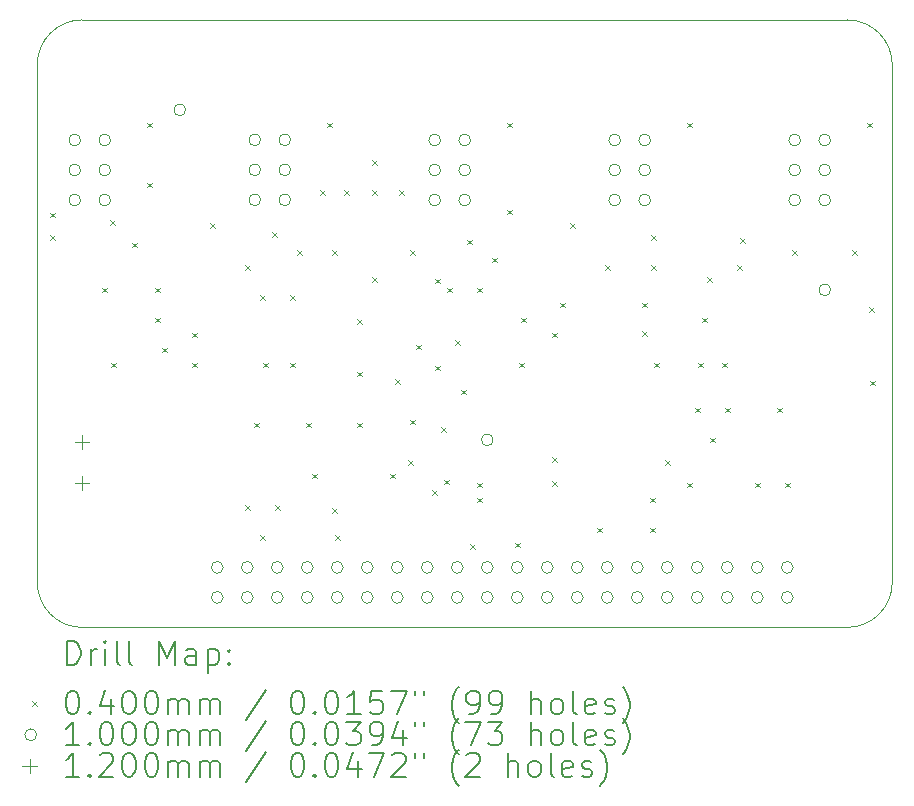
<source format=gbr>
%FSLAX45Y45*%
G04 Gerber Fmt 4.5, Leading zero omitted, Abs format (unit mm)*
G04 Created by KiCad (PCBNEW (6.0.0)) date 2022-02-07 22:24:20*
%MOMM*%
%LPD*%
G01*
G04 APERTURE LIST*
%TA.AperFunction,Profile*%
%ADD10C,0.100000*%
%TD*%
%ADD11C,0.200000*%
%ADD12C,0.040000*%
%ADD13C,0.100000*%
%ADD14C,0.120000*%
G04 APERTURE END LIST*
D10*
X9461500Y-4064000D02*
G75*
G03*
X9080500Y-4445000I0J-381000D01*
G01*
X9080500Y-8826500D02*
X9080500Y-4445000D01*
X9080500Y-8826500D02*
G75*
G03*
X9461500Y-9207500I381000J0D01*
G01*
X9461500Y-4064000D02*
X15938500Y-4064000D01*
X15938500Y-9207500D02*
G75*
G03*
X16319500Y-8826500I0J381000D01*
G01*
X16319500Y-4445000D02*
X16319500Y-8826500D01*
X15938500Y-9207500D02*
X9461500Y-9207500D01*
X16319500Y-4445000D02*
G75*
G03*
X15938500Y-4064000I-381000J0D01*
G01*
D11*
D12*
X9187500Y-5695000D02*
X9227500Y-5735000D01*
X9227500Y-5695000D02*
X9187500Y-5735000D01*
X9187500Y-5885500D02*
X9227500Y-5925500D01*
X9227500Y-5885500D02*
X9187500Y-5925500D01*
X9632000Y-6330000D02*
X9672000Y-6370000D01*
X9672000Y-6330000D02*
X9632000Y-6370000D01*
X9695500Y-5758500D02*
X9735500Y-5798500D01*
X9735500Y-5758500D02*
X9695500Y-5798500D01*
X9708200Y-6965000D02*
X9748200Y-7005000D01*
X9748200Y-6965000D02*
X9708200Y-7005000D01*
X9886000Y-5949000D02*
X9926000Y-5989000D01*
X9926000Y-5949000D02*
X9886000Y-5989000D01*
X10013000Y-4933000D02*
X10053000Y-4973000D01*
X10053000Y-4933000D02*
X10013000Y-4973000D01*
X10013000Y-5441000D02*
X10053000Y-5481000D01*
X10053000Y-5441000D02*
X10013000Y-5481000D01*
X10076500Y-6330000D02*
X10116500Y-6370000D01*
X10116500Y-6330000D02*
X10076500Y-6370000D01*
X10076500Y-6584000D02*
X10116500Y-6624000D01*
X10116500Y-6584000D02*
X10076500Y-6624000D01*
X10140000Y-6838000D02*
X10180000Y-6878000D01*
X10180000Y-6838000D02*
X10140000Y-6878000D01*
X10394000Y-6711000D02*
X10434000Y-6751000D01*
X10434000Y-6711000D02*
X10394000Y-6751000D01*
X10394000Y-6965000D02*
X10434000Y-7005000D01*
X10434000Y-6965000D02*
X10394000Y-7005000D01*
X10546400Y-5783900D02*
X10586400Y-5823900D01*
X10586400Y-5783900D02*
X10546400Y-5823900D01*
X10838500Y-6139500D02*
X10878500Y-6179500D01*
X10878500Y-6139500D02*
X10838500Y-6179500D01*
X10838500Y-8171500D02*
X10878500Y-8211500D01*
X10878500Y-8171500D02*
X10838500Y-8211500D01*
X10914700Y-7473000D02*
X10954700Y-7513000D01*
X10954700Y-7473000D02*
X10914700Y-7513000D01*
X10965500Y-6393500D02*
X11005500Y-6433500D01*
X11005500Y-6393500D02*
X10965500Y-6433500D01*
X10965500Y-8425500D02*
X11005500Y-8465500D01*
X11005500Y-8425500D02*
X10965500Y-8465500D01*
X10990900Y-6965000D02*
X11030900Y-7005000D01*
X11030900Y-6965000D02*
X10990900Y-7005000D01*
X11067100Y-5860100D02*
X11107100Y-5900100D01*
X11107100Y-5860100D02*
X11067100Y-5900100D01*
X11092500Y-8171500D02*
X11132500Y-8211500D01*
X11132500Y-8171500D02*
X11092500Y-8211500D01*
X11219500Y-6393500D02*
X11259500Y-6433500D01*
X11259500Y-6393500D02*
X11219500Y-6433500D01*
X11219500Y-6965000D02*
X11259500Y-7005000D01*
X11259500Y-6965000D02*
X11219500Y-7005000D01*
X11283000Y-6012500D02*
X11323000Y-6052500D01*
X11323000Y-6012500D02*
X11283000Y-6052500D01*
X11359200Y-7473000D02*
X11399200Y-7513000D01*
X11399200Y-7473000D02*
X11359200Y-7513000D01*
X11410000Y-7904800D02*
X11450000Y-7944800D01*
X11450000Y-7904800D02*
X11410000Y-7944800D01*
X11473500Y-5504500D02*
X11513500Y-5544500D01*
X11513500Y-5504500D02*
X11473500Y-5544500D01*
X11537000Y-4933000D02*
X11577000Y-4973000D01*
X11577000Y-4933000D02*
X11537000Y-4973000D01*
X11575100Y-6012500D02*
X11615100Y-6052500D01*
X11615100Y-6012500D02*
X11575100Y-6052500D01*
X11575100Y-8196900D02*
X11615100Y-8236900D01*
X11615100Y-8196900D02*
X11575100Y-8236900D01*
X11600500Y-8425500D02*
X11640500Y-8465500D01*
X11640500Y-8425500D02*
X11600500Y-8465500D01*
X11676700Y-5504500D02*
X11716700Y-5544500D01*
X11716700Y-5504500D02*
X11676700Y-5544500D01*
X11791000Y-6596700D02*
X11831000Y-6636700D01*
X11831000Y-6596700D02*
X11791000Y-6636700D01*
X11791000Y-7041200D02*
X11831000Y-7081200D01*
X11831000Y-7041200D02*
X11791000Y-7081200D01*
X11791000Y-7473000D02*
X11831000Y-7513000D01*
X11831000Y-7473000D02*
X11791000Y-7513000D01*
X11918000Y-5250500D02*
X11958000Y-5290500D01*
X11958000Y-5250500D02*
X11918000Y-5290500D01*
X11918000Y-5504500D02*
X11958000Y-5544500D01*
X11958000Y-5504500D02*
X11918000Y-5544500D01*
X11918000Y-6241100D02*
X11958000Y-6281100D01*
X11958000Y-6241100D02*
X11918000Y-6281100D01*
X12070400Y-7904800D02*
X12110400Y-7944800D01*
X12110400Y-7904800D02*
X12070400Y-7944800D01*
X12108500Y-7104700D02*
X12148500Y-7144700D01*
X12148500Y-7104700D02*
X12108500Y-7144700D01*
X12146600Y-5504500D02*
X12186600Y-5544500D01*
X12186600Y-5504500D02*
X12146600Y-5544500D01*
X12222800Y-7790500D02*
X12262800Y-7830500D01*
X12262800Y-7790500D02*
X12222800Y-7830500D01*
X12235500Y-6012500D02*
X12275500Y-6052500D01*
X12275500Y-6012500D02*
X12235500Y-6052500D01*
X12235500Y-7447600D02*
X12275500Y-7487600D01*
X12275500Y-7447600D02*
X12235500Y-7487600D01*
X12286300Y-6812600D02*
X12326300Y-6852600D01*
X12326300Y-6812600D02*
X12286300Y-6852600D01*
X12426000Y-8044500D02*
X12466000Y-8084500D01*
X12466000Y-8044500D02*
X12426000Y-8084500D01*
X12451400Y-6253800D02*
X12491400Y-6293800D01*
X12491400Y-6253800D02*
X12451400Y-6293800D01*
X12451400Y-6990400D02*
X12491400Y-7030400D01*
X12491400Y-6990400D02*
X12451400Y-7030400D01*
X12502200Y-7511100D02*
X12542200Y-7551100D01*
X12542200Y-7511100D02*
X12502200Y-7551100D01*
X12527600Y-7955600D02*
X12567600Y-7995600D01*
X12567600Y-7955600D02*
X12527600Y-7995600D01*
X12553000Y-6330000D02*
X12593000Y-6370000D01*
X12593000Y-6330000D02*
X12553000Y-6370000D01*
X12616500Y-6774500D02*
X12656500Y-6814500D01*
X12656500Y-6774500D02*
X12616500Y-6814500D01*
X12667300Y-7193600D02*
X12707300Y-7233600D01*
X12707300Y-7193600D02*
X12667300Y-7233600D01*
X12718100Y-5923600D02*
X12758100Y-5963600D01*
X12758100Y-5923600D02*
X12718100Y-5963600D01*
X12743500Y-8501700D02*
X12783500Y-8541700D01*
X12783500Y-8501700D02*
X12743500Y-8541700D01*
X12807000Y-6330000D02*
X12847000Y-6370000D01*
X12847000Y-6330000D02*
X12807000Y-6370000D01*
X12807000Y-7981000D02*
X12847000Y-8021000D01*
X12847000Y-7981000D02*
X12807000Y-8021000D01*
X12807000Y-8108000D02*
X12847000Y-8148000D01*
X12847000Y-8108000D02*
X12807000Y-8148000D01*
X12934000Y-6076000D02*
X12974000Y-6116000D01*
X12974000Y-6076000D02*
X12934000Y-6116000D01*
X13061000Y-4933000D02*
X13101000Y-4973000D01*
X13101000Y-4933000D02*
X13061000Y-4973000D01*
X13061000Y-5669600D02*
X13101000Y-5709600D01*
X13101000Y-5669600D02*
X13061000Y-5709600D01*
X13124500Y-8489000D02*
X13164500Y-8529000D01*
X13164500Y-8489000D02*
X13124500Y-8529000D01*
X13162600Y-6965000D02*
X13202600Y-7005000D01*
X13202600Y-6965000D02*
X13162600Y-7005000D01*
X13175300Y-6584000D02*
X13215300Y-6624000D01*
X13215300Y-6584000D02*
X13175300Y-6624000D01*
X13442000Y-6711000D02*
X13482000Y-6751000D01*
X13482000Y-6711000D02*
X13442000Y-6751000D01*
X13442000Y-7765100D02*
X13482000Y-7805100D01*
X13482000Y-7765100D02*
X13442000Y-7805100D01*
X13442000Y-7968300D02*
X13482000Y-8008300D01*
X13482000Y-7968300D02*
X13442000Y-8008300D01*
X13505500Y-6457000D02*
X13545500Y-6497000D01*
X13545500Y-6457000D02*
X13505500Y-6497000D01*
X13594400Y-5783900D02*
X13634400Y-5823900D01*
X13634400Y-5783900D02*
X13594400Y-5823900D01*
X13823000Y-8362000D02*
X13863000Y-8402000D01*
X13863000Y-8362000D02*
X13823000Y-8402000D01*
X13886500Y-6139500D02*
X13926500Y-6179500D01*
X13926500Y-6139500D02*
X13886500Y-6179500D01*
X14204000Y-6457000D02*
X14244000Y-6497000D01*
X14244000Y-6457000D02*
X14204000Y-6497000D01*
X14204000Y-6698300D02*
X14244000Y-6738300D01*
X14244000Y-6698300D02*
X14204000Y-6738300D01*
X14267500Y-8108000D02*
X14307500Y-8148000D01*
X14307500Y-8108000D02*
X14267500Y-8148000D01*
X14267500Y-8362000D02*
X14307500Y-8402000D01*
X14307500Y-8362000D02*
X14267500Y-8402000D01*
X14280200Y-5885500D02*
X14320200Y-5925500D01*
X14320200Y-5885500D02*
X14280200Y-5925500D01*
X14280200Y-6139500D02*
X14320200Y-6179500D01*
X14320200Y-6139500D02*
X14280200Y-6179500D01*
X14305600Y-6965000D02*
X14345600Y-7005000D01*
X14345600Y-6965000D02*
X14305600Y-7005000D01*
X14394500Y-7790500D02*
X14434500Y-7830500D01*
X14434500Y-7790500D02*
X14394500Y-7830500D01*
X14585000Y-4933000D02*
X14625000Y-4973000D01*
X14625000Y-4933000D02*
X14585000Y-4973000D01*
X14585000Y-7981000D02*
X14625000Y-8021000D01*
X14625000Y-7981000D02*
X14585000Y-8021000D01*
X14648500Y-7346000D02*
X14688500Y-7386000D01*
X14688500Y-7346000D02*
X14648500Y-7386000D01*
X14673900Y-6965000D02*
X14713900Y-7005000D01*
X14713900Y-6965000D02*
X14673900Y-7005000D01*
X14712000Y-6584000D02*
X14752000Y-6624000D01*
X14752000Y-6584000D02*
X14712000Y-6624000D01*
X14750100Y-6241100D02*
X14790100Y-6281100D01*
X14790100Y-6241100D02*
X14750100Y-6281100D01*
X14775500Y-7600000D02*
X14815500Y-7640000D01*
X14815500Y-7600000D02*
X14775500Y-7640000D01*
X14877100Y-6965000D02*
X14917100Y-7005000D01*
X14917100Y-6965000D02*
X14877100Y-7005000D01*
X14902500Y-7346000D02*
X14942500Y-7386000D01*
X14942500Y-7346000D02*
X14902500Y-7386000D01*
X15004100Y-6139500D02*
X15044100Y-6179500D01*
X15044100Y-6139500D02*
X15004100Y-6179500D01*
X15029500Y-5910900D02*
X15069500Y-5950900D01*
X15069500Y-5910900D02*
X15029500Y-5950900D01*
X15156500Y-7981000D02*
X15196500Y-8021000D01*
X15196500Y-7981000D02*
X15156500Y-8021000D01*
X15347000Y-7346000D02*
X15387000Y-7386000D01*
X15387000Y-7346000D02*
X15347000Y-7386000D01*
X15410500Y-7981000D02*
X15450500Y-8021000D01*
X15450500Y-7981000D02*
X15410500Y-8021000D01*
X15474000Y-6012500D02*
X15514000Y-6052500D01*
X15514000Y-6012500D02*
X15474000Y-6052500D01*
X15982000Y-6012500D02*
X16022000Y-6052500D01*
X16022000Y-6012500D02*
X15982000Y-6052500D01*
X16109000Y-4933000D02*
X16149000Y-4973000D01*
X16149000Y-4933000D02*
X16109000Y-4973000D01*
X16121700Y-6495100D02*
X16161700Y-6535100D01*
X16161700Y-6495100D02*
X16121700Y-6535100D01*
X16134400Y-7117400D02*
X16174400Y-7157400D01*
X16174400Y-7117400D02*
X16134400Y-7157400D01*
D13*
X9448000Y-5081500D02*
G75*
G03*
X9448000Y-5081500I-50000J0D01*
G01*
X9448000Y-5335500D02*
G75*
G03*
X9448000Y-5335500I-50000J0D01*
G01*
X9448000Y-5589500D02*
G75*
G03*
X9448000Y-5589500I-50000J0D01*
G01*
X9702000Y-5081500D02*
G75*
G03*
X9702000Y-5081500I-50000J0D01*
G01*
X9702000Y-5335500D02*
G75*
G03*
X9702000Y-5335500I-50000J0D01*
G01*
X9702000Y-5589500D02*
G75*
G03*
X9702000Y-5589500I-50000J0D01*
G01*
X10337000Y-4826000D02*
G75*
G03*
X10337000Y-4826000I-50000J0D01*
G01*
X10654500Y-8699500D02*
G75*
G03*
X10654500Y-8699500I-50000J0D01*
G01*
X10654500Y-8953500D02*
G75*
G03*
X10654500Y-8953500I-50000J0D01*
G01*
X10908500Y-8699500D02*
G75*
G03*
X10908500Y-8699500I-50000J0D01*
G01*
X10908500Y-8953500D02*
G75*
G03*
X10908500Y-8953500I-50000J0D01*
G01*
X10972000Y-5080000D02*
G75*
G03*
X10972000Y-5080000I-50000J0D01*
G01*
X10972000Y-5334000D02*
G75*
G03*
X10972000Y-5334000I-50000J0D01*
G01*
X10972000Y-5588000D02*
G75*
G03*
X10972000Y-5588000I-50000J0D01*
G01*
X11162500Y-8699500D02*
G75*
G03*
X11162500Y-8699500I-50000J0D01*
G01*
X11162500Y-8953500D02*
G75*
G03*
X11162500Y-8953500I-50000J0D01*
G01*
X11226000Y-5080000D02*
G75*
G03*
X11226000Y-5080000I-50000J0D01*
G01*
X11226000Y-5334000D02*
G75*
G03*
X11226000Y-5334000I-50000J0D01*
G01*
X11226000Y-5588000D02*
G75*
G03*
X11226000Y-5588000I-50000J0D01*
G01*
X11416500Y-8699500D02*
G75*
G03*
X11416500Y-8699500I-50000J0D01*
G01*
X11416500Y-8953500D02*
G75*
G03*
X11416500Y-8953500I-50000J0D01*
G01*
X11670500Y-8699500D02*
G75*
G03*
X11670500Y-8699500I-50000J0D01*
G01*
X11670500Y-8953500D02*
G75*
G03*
X11670500Y-8953500I-50000J0D01*
G01*
X11924500Y-8699500D02*
G75*
G03*
X11924500Y-8699500I-50000J0D01*
G01*
X11924500Y-8953500D02*
G75*
G03*
X11924500Y-8953500I-50000J0D01*
G01*
X12178500Y-8699500D02*
G75*
G03*
X12178500Y-8699500I-50000J0D01*
G01*
X12178500Y-8953500D02*
G75*
G03*
X12178500Y-8953500I-50000J0D01*
G01*
X12432500Y-8699500D02*
G75*
G03*
X12432500Y-8699500I-50000J0D01*
G01*
X12432500Y-8953500D02*
G75*
G03*
X12432500Y-8953500I-50000J0D01*
G01*
X12495500Y-5081500D02*
G75*
G03*
X12495500Y-5081500I-50000J0D01*
G01*
X12495500Y-5335500D02*
G75*
G03*
X12495500Y-5335500I-50000J0D01*
G01*
X12495500Y-5589500D02*
G75*
G03*
X12495500Y-5589500I-50000J0D01*
G01*
X12686500Y-8699500D02*
G75*
G03*
X12686500Y-8699500I-50000J0D01*
G01*
X12686500Y-8953500D02*
G75*
G03*
X12686500Y-8953500I-50000J0D01*
G01*
X12749500Y-5081500D02*
G75*
G03*
X12749500Y-5081500I-50000J0D01*
G01*
X12749500Y-5335500D02*
G75*
G03*
X12749500Y-5335500I-50000J0D01*
G01*
X12749500Y-5589500D02*
G75*
G03*
X12749500Y-5589500I-50000J0D01*
G01*
X12940500Y-7620000D02*
G75*
G03*
X12940500Y-7620000I-50000J0D01*
G01*
X12940500Y-8699500D02*
G75*
G03*
X12940500Y-8699500I-50000J0D01*
G01*
X12940500Y-8953500D02*
G75*
G03*
X12940500Y-8953500I-50000J0D01*
G01*
X13194500Y-8699500D02*
G75*
G03*
X13194500Y-8699500I-50000J0D01*
G01*
X13194500Y-8953500D02*
G75*
G03*
X13194500Y-8953500I-50000J0D01*
G01*
X13448500Y-8699500D02*
G75*
G03*
X13448500Y-8699500I-50000J0D01*
G01*
X13448500Y-8953500D02*
G75*
G03*
X13448500Y-8953500I-50000J0D01*
G01*
X13702500Y-8699500D02*
G75*
G03*
X13702500Y-8699500I-50000J0D01*
G01*
X13702500Y-8953500D02*
G75*
G03*
X13702500Y-8953500I-50000J0D01*
G01*
X13956500Y-8699500D02*
G75*
G03*
X13956500Y-8699500I-50000J0D01*
G01*
X13956500Y-8953500D02*
G75*
G03*
X13956500Y-8953500I-50000J0D01*
G01*
X14019500Y-5081500D02*
G75*
G03*
X14019500Y-5081500I-50000J0D01*
G01*
X14019500Y-5335500D02*
G75*
G03*
X14019500Y-5335500I-50000J0D01*
G01*
X14019500Y-5589500D02*
G75*
G03*
X14019500Y-5589500I-50000J0D01*
G01*
X14210500Y-8699500D02*
G75*
G03*
X14210500Y-8699500I-50000J0D01*
G01*
X14210500Y-8953500D02*
G75*
G03*
X14210500Y-8953500I-50000J0D01*
G01*
X14273500Y-5081500D02*
G75*
G03*
X14273500Y-5081500I-50000J0D01*
G01*
X14273500Y-5335500D02*
G75*
G03*
X14273500Y-5335500I-50000J0D01*
G01*
X14273500Y-5589500D02*
G75*
G03*
X14273500Y-5589500I-50000J0D01*
G01*
X14464500Y-8699500D02*
G75*
G03*
X14464500Y-8699500I-50000J0D01*
G01*
X14464500Y-8953500D02*
G75*
G03*
X14464500Y-8953500I-50000J0D01*
G01*
X14718500Y-8699500D02*
G75*
G03*
X14718500Y-8699500I-50000J0D01*
G01*
X14718500Y-8953500D02*
G75*
G03*
X14718500Y-8953500I-50000J0D01*
G01*
X14972500Y-8699500D02*
G75*
G03*
X14972500Y-8699500I-50000J0D01*
G01*
X14972500Y-8953500D02*
G75*
G03*
X14972500Y-8953500I-50000J0D01*
G01*
X15226500Y-8699500D02*
G75*
G03*
X15226500Y-8699500I-50000J0D01*
G01*
X15226500Y-8953500D02*
G75*
G03*
X15226500Y-8953500I-50000J0D01*
G01*
X15480500Y-8699500D02*
G75*
G03*
X15480500Y-8699500I-50000J0D01*
G01*
X15480500Y-8953500D02*
G75*
G03*
X15480500Y-8953500I-50000J0D01*
G01*
X15543500Y-5081500D02*
G75*
G03*
X15543500Y-5081500I-50000J0D01*
G01*
X15543500Y-5335500D02*
G75*
G03*
X15543500Y-5335500I-50000J0D01*
G01*
X15543500Y-5589500D02*
G75*
G03*
X15543500Y-5589500I-50000J0D01*
G01*
X15797500Y-5081500D02*
G75*
G03*
X15797500Y-5081500I-50000J0D01*
G01*
X15797500Y-5335500D02*
G75*
G03*
X15797500Y-5335500I-50000J0D01*
G01*
X15797500Y-5589500D02*
G75*
G03*
X15797500Y-5589500I-50000J0D01*
G01*
X15798000Y-6350000D02*
G75*
G03*
X15798000Y-6350000I-50000J0D01*
G01*
D14*
X9461500Y-7575500D02*
X9461500Y-7695500D01*
X9401500Y-7635500D02*
X9521500Y-7635500D01*
X9461500Y-7925500D02*
X9461500Y-8045500D01*
X9401500Y-7985500D02*
X9521500Y-7985500D01*
D11*
X9333119Y-9522976D02*
X9333119Y-9322976D01*
X9380738Y-9322976D01*
X9409310Y-9332500D01*
X9428357Y-9351548D01*
X9437881Y-9370595D01*
X9447405Y-9408690D01*
X9447405Y-9437262D01*
X9437881Y-9475357D01*
X9428357Y-9494405D01*
X9409310Y-9513452D01*
X9380738Y-9522976D01*
X9333119Y-9522976D01*
X9533119Y-9522976D02*
X9533119Y-9389643D01*
X9533119Y-9427738D02*
X9542643Y-9408690D01*
X9552167Y-9399167D01*
X9571214Y-9389643D01*
X9590262Y-9389643D01*
X9656929Y-9522976D02*
X9656929Y-9389643D01*
X9656929Y-9322976D02*
X9647405Y-9332500D01*
X9656929Y-9342024D01*
X9666452Y-9332500D01*
X9656929Y-9322976D01*
X9656929Y-9342024D01*
X9780738Y-9522976D02*
X9761690Y-9513452D01*
X9752167Y-9494405D01*
X9752167Y-9322976D01*
X9885500Y-9522976D02*
X9866452Y-9513452D01*
X9856929Y-9494405D01*
X9856929Y-9322976D01*
X10114071Y-9522976D02*
X10114071Y-9322976D01*
X10180738Y-9465833D01*
X10247405Y-9322976D01*
X10247405Y-9522976D01*
X10428357Y-9522976D02*
X10428357Y-9418214D01*
X10418833Y-9399167D01*
X10399786Y-9389643D01*
X10361690Y-9389643D01*
X10342643Y-9399167D01*
X10428357Y-9513452D02*
X10409310Y-9522976D01*
X10361690Y-9522976D01*
X10342643Y-9513452D01*
X10333119Y-9494405D01*
X10333119Y-9475357D01*
X10342643Y-9456310D01*
X10361690Y-9446786D01*
X10409310Y-9446786D01*
X10428357Y-9437262D01*
X10523595Y-9389643D02*
X10523595Y-9589643D01*
X10523595Y-9399167D02*
X10542643Y-9389643D01*
X10580738Y-9389643D01*
X10599786Y-9399167D01*
X10609310Y-9408690D01*
X10618833Y-9427738D01*
X10618833Y-9484881D01*
X10609310Y-9503929D01*
X10599786Y-9513452D01*
X10580738Y-9522976D01*
X10542643Y-9522976D01*
X10523595Y-9513452D01*
X10704548Y-9503929D02*
X10714071Y-9513452D01*
X10704548Y-9522976D01*
X10695024Y-9513452D01*
X10704548Y-9503929D01*
X10704548Y-9522976D01*
X10704548Y-9399167D02*
X10714071Y-9408690D01*
X10704548Y-9418214D01*
X10695024Y-9408690D01*
X10704548Y-9399167D01*
X10704548Y-9418214D01*
D12*
X9035500Y-9832500D02*
X9075500Y-9872500D01*
X9075500Y-9832500D02*
X9035500Y-9872500D01*
D11*
X9371214Y-9742976D02*
X9390262Y-9742976D01*
X9409310Y-9752500D01*
X9418833Y-9762024D01*
X9428357Y-9781071D01*
X9437881Y-9819167D01*
X9437881Y-9866786D01*
X9428357Y-9904881D01*
X9418833Y-9923929D01*
X9409310Y-9933452D01*
X9390262Y-9942976D01*
X9371214Y-9942976D01*
X9352167Y-9933452D01*
X9342643Y-9923929D01*
X9333119Y-9904881D01*
X9323595Y-9866786D01*
X9323595Y-9819167D01*
X9333119Y-9781071D01*
X9342643Y-9762024D01*
X9352167Y-9752500D01*
X9371214Y-9742976D01*
X9523595Y-9923929D02*
X9533119Y-9933452D01*
X9523595Y-9942976D01*
X9514071Y-9933452D01*
X9523595Y-9923929D01*
X9523595Y-9942976D01*
X9704548Y-9809643D02*
X9704548Y-9942976D01*
X9656929Y-9733452D02*
X9609310Y-9876310D01*
X9733119Y-9876310D01*
X9847405Y-9742976D02*
X9866452Y-9742976D01*
X9885500Y-9752500D01*
X9895024Y-9762024D01*
X9904548Y-9781071D01*
X9914071Y-9819167D01*
X9914071Y-9866786D01*
X9904548Y-9904881D01*
X9895024Y-9923929D01*
X9885500Y-9933452D01*
X9866452Y-9942976D01*
X9847405Y-9942976D01*
X9828357Y-9933452D01*
X9818833Y-9923929D01*
X9809310Y-9904881D01*
X9799786Y-9866786D01*
X9799786Y-9819167D01*
X9809310Y-9781071D01*
X9818833Y-9762024D01*
X9828357Y-9752500D01*
X9847405Y-9742976D01*
X10037881Y-9742976D02*
X10056929Y-9742976D01*
X10075976Y-9752500D01*
X10085500Y-9762024D01*
X10095024Y-9781071D01*
X10104548Y-9819167D01*
X10104548Y-9866786D01*
X10095024Y-9904881D01*
X10085500Y-9923929D01*
X10075976Y-9933452D01*
X10056929Y-9942976D01*
X10037881Y-9942976D01*
X10018833Y-9933452D01*
X10009310Y-9923929D01*
X9999786Y-9904881D01*
X9990262Y-9866786D01*
X9990262Y-9819167D01*
X9999786Y-9781071D01*
X10009310Y-9762024D01*
X10018833Y-9752500D01*
X10037881Y-9742976D01*
X10190262Y-9942976D02*
X10190262Y-9809643D01*
X10190262Y-9828690D02*
X10199786Y-9819167D01*
X10218833Y-9809643D01*
X10247405Y-9809643D01*
X10266452Y-9819167D01*
X10275976Y-9838214D01*
X10275976Y-9942976D01*
X10275976Y-9838214D02*
X10285500Y-9819167D01*
X10304548Y-9809643D01*
X10333119Y-9809643D01*
X10352167Y-9819167D01*
X10361690Y-9838214D01*
X10361690Y-9942976D01*
X10456929Y-9942976D02*
X10456929Y-9809643D01*
X10456929Y-9828690D02*
X10466452Y-9819167D01*
X10485500Y-9809643D01*
X10514071Y-9809643D01*
X10533119Y-9819167D01*
X10542643Y-9838214D01*
X10542643Y-9942976D01*
X10542643Y-9838214D02*
X10552167Y-9819167D01*
X10571214Y-9809643D01*
X10599786Y-9809643D01*
X10618833Y-9819167D01*
X10628357Y-9838214D01*
X10628357Y-9942976D01*
X11018833Y-9733452D02*
X10847405Y-9990595D01*
X11275976Y-9742976D02*
X11295024Y-9742976D01*
X11314071Y-9752500D01*
X11323595Y-9762024D01*
X11333119Y-9781071D01*
X11342643Y-9819167D01*
X11342643Y-9866786D01*
X11333119Y-9904881D01*
X11323595Y-9923929D01*
X11314071Y-9933452D01*
X11295024Y-9942976D01*
X11275976Y-9942976D01*
X11256928Y-9933452D01*
X11247405Y-9923929D01*
X11237881Y-9904881D01*
X11228357Y-9866786D01*
X11228357Y-9819167D01*
X11237881Y-9781071D01*
X11247405Y-9762024D01*
X11256928Y-9752500D01*
X11275976Y-9742976D01*
X11428357Y-9923929D02*
X11437881Y-9933452D01*
X11428357Y-9942976D01*
X11418833Y-9933452D01*
X11428357Y-9923929D01*
X11428357Y-9942976D01*
X11561690Y-9742976D02*
X11580738Y-9742976D01*
X11599786Y-9752500D01*
X11609309Y-9762024D01*
X11618833Y-9781071D01*
X11628357Y-9819167D01*
X11628357Y-9866786D01*
X11618833Y-9904881D01*
X11609309Y-9923929D01*
X11599786Y-9933452D01*
X11580738Y-9942976D01*
X11561690Y-9942976D01*
X11542643Y-9933452D01*
X11533119Y-9923929D01*
X11523595Y-9904881D01*
X11514071Y-9866786D01*
X11514071Y-9819167D01*
X11523595Y-9781071D01*
X11533119Y-9762024D01*
X11542643Y-9752500D01*
X11561690Y-9742976D01*
X11818833Y-9942976D02*
X11704548Y-9942976D01*
X11761690Y-9942976D02*
X11761690Y-9742976D01*
X11742643Y-9771548D01*
X11723595Y-9790595D01*
X11704548Y-9800119D01*
X11999786Y-9742976D02*
X11904548Y-9742976D01*
X11895024Y-9838214D01*
X11904548Y-9828690D01*
X11923595Y-9819167D01*
X11971214Y-9819167D01*
X11990262Y-9828690D01*
X11999786Y-9838214D01*
X12009309Y-9857262D01*
X12009309Y-9904881D01*
X11999786Y-9923929D01*
X11990262Y-9933452D01*
X11971214Y-9942976D01*
X11923595Y-9942976D01*
X11904548Y-9933452D01*
X11895024Y-9923929D01*
X12075976Y-9742976D02*
X12209309Y-9742976D01*
X12123595Y-9942976D01*
X12275976Y-9742976D02*
X12275976Y-9781071D01*
X12352167Y-9742976D02*
X12352167Y-9781071D01*
X12647405Y-10019167D02*
X12637881Y-10009643D01*
X12618833Y-9981071D01*
X12609309Y-9962024D01*
X12599786Y-9933452D01*
X12590262Y-9885833D01*
X12590262Y-9847738D01*
X12599786Y-9800119D01*
X12609309Y-9771548D01*
X12618833Y-9752500D01*
X12637881Y-9723929D01*
X12647405Y-9714405D01*
X12733119Y-9942976D02*
X12771214Y-9942976D01*
X12790262Y-9933452D01*
X12799786Y-9923929D01*
X12818833Y-9895357D01*
X12828357Y-9857262D01*
X12828357Y-9781071D01*
X12818833Y-9762024D01*
X12809309Y-9752500D01*
X12790262Y-9742976D01*
X12752167Y-9742976D01*
X12733119Y-9752500D01*
X12723595Y-9762024D01*
X12714071Y-9781071D01*
X12714071Y-9828690D01*
X12723595Y-9847738D01*
X12733119Y-9857262D01*
X12752167Y-9866786D01*
X12790262Y-9866786D01*
X12809309Y-9857262D01*
X12818833Y-9847738D01*
X12828357Y-9828690D01*
X12923595Y-9942976D02*
X12961690Y-9942976D01*
X12980738Y-9933452D01*
X12990262Y-9923929D01*
X13009309Y-9895357D01*
X13018833Y-9857262D01*
X13018833Y-9781071D01*
X13009309Y-9762024D01*
X12999786Y-9752500D01*
X12980738Y-9742976D01*
X12942643Y-9742976D01*
X12923595Y-9752500D01*
X12914071Y-9762024D01*
X12904548Y-9781071D01*
X12904548Y-9828690D01*
X12914071Y-9847738D01*
X12923595Y-9857262D01*
X12942643Y-9866786D01*
X12980738Y-9866786D01*
X12999786Y-9857262D01*
X13009309Y-9847738D01*
X13018833Y-9828690D01*
X13256928Y-9942976D02*
X13256928Y-9742976D01*
X13342643Y-9942976D02*
X13342643Y-9838214D01*
X13333119Y-9819167D01*
X13314071Y-9809643D01*
X13285500Y-9809643D01*
X13266452Y-9819167D01*
X13256928Y-9828690D01*
X13466452Y-9942976D02*
X13447405Y-9933452D01*
X13437881Y-9923929D01*
X13428357Y-9904881D01*
X13428357Y-9847738D01*
X13437881Y-9828690D01*
X13447405Y-9819167D01*
X13466452Y-9809643D01*
X13495024Y-9809643D01*
X13514071Y-9819167D01*
X13523595Y-9828690D01*
X13533119Y-9847738D01*
X13533119Y-9904881D01*
X13523595Y-9923929D01*
X13514071Y-9933452D01*
X13495024Y-9942976D01*
X13466452Y-9942976D01*
X13647405Y-9942976D02*
X13628357Y-9933452D01*
X13618833Y-9914405D01*
X13618833Y-9742976D01*
X13799786Y-9933452D02*
X13780738Y-9942976D01*
X13742643Y-9942976D01*
X13723595Y-9933452D01*
X13714071Y-9914405D01*
X13714071Y-9838214D01*
X13723595Y-9819167D01*
X13742643Y-9809643D01*
X13780738Y-9809643D01*
X13799786Y-9819167D01*
X13809309Y-9838214D01*
X13809309Y-9857262D01*
X13714071Y-9876310D01*
X13885500Y-9933452D02*
X13904548Y-9942976D01*
X13942643Y-9942976D01*
X13961690Y-9933452D01*
X13971214Y-9914405D01*
X13971214Y-9904881D01*
X13961690Y-9885833D01*
X13942643Y-9876310D01*
X13914071Y-9876310D01*
X13895024Y-9866786D01*
X13885500Y-9847738D01*
X13885500Y-9838214D01*
X13895024Y-9819167D01*
X13914071Y-9809643D01*
X13942643Y-9809643D01*
X13961690Y-9819167D01*
X14037881Y-10019167D02*
X14047405Y-10009643D01*
X14066452Y-9981071D01*
X14075976Y-9962024D01*
X14085500Y-9933452D01*
X14095024Y-9885833D01*
X14095024Y-9847738D01*
X14085500Y-9800119D01*
X14075976Y-9771548D01*
X14066452Y-9752500D01*
X14047405Y-9723929D01*
X14037881Y-9714405D01*
D13*
X9075500Y-10116500D02*
G75*
G03*
X9075500Y-10116500I-50000J0D01*
G01*
D11*
X9437881Y-10206976D02*
X9323595Y-10206976D01*
X9380738Y-10206976D02*
X9380738Y-10006976D01*
X9361690Y-10035548D01*
X9342643Y-10054595D01*
X9323595Y-10064119D01*
X9523595Y-10187929D02*
X9533119Y-10197452D01*
X9523595Y-10206976D01*
X9514071Y-10197452D01*
X9523595Y-10187929D01*
X9523595Y-10206976D01*
X9656929Y-10006976D02*
X9675976Y-10006976D01*
X9695024Y-10016500D01*
X9704548Y-10026024D01*
X9714071Y-10045071D01*
X9723595Y-10083167D01*
X9723595Y-10130786D01*
X9714071Y-10168881D01*
X9704548Y-10187929D01*
X9695024Y-10197452D01*
X9675976Y-10206976D01*
X9656929Y-10206976D01*
X9637881Y-10197452D01*
X9628357Y-10187929D01*
X9618833Y-10168881D01*
X9609310Y-10130786D01*
X9609310Y-10083167D01*
X9618833Y-10045071D01*
X9628357Y-10026024D01*
X9637881Y-10016500D01*
X9656929Y-10006976D01*
X9847405Y-10006976D02*
X9866452Y-10006976D01*
X9885500Y-10016500D01*
X9895024Y-10026024D01*
X9904548Y-10045071D01*
X9914071Y-10083167D01*
X9914071Y-10130786D01*
X9904548Y-10168881D01*
X9895024Y-10187929D01*
X9885500Y-10197452D01*
X9866452Y-10206976D01*
X9847405Y-10206976D01*
X9828357Y-10197452D01*
X9818833Y-10187929D01*
X9809310Y-10168881D01*
X9799786Y-10130786D01*
X9799786Y-10083167D01*
X9809310Y-10045071D01*
X9818833Y-10026024D01*
X9828357Y-10016500D01*
X9847405Y-10006976D01*
X10037881Y-10006976D02*
X10056929Y-10006976D01*
X10075976Y-10016500D01*
X10085500Y-10026024D01*
X10095024Y-10045071D01*
X10104548Y-10083167D01*
X10104548Y-10130786D01*
X10095024Y-10168881D01*
X10085500Y-10187929D01*
X10075976Y-10197452D01*
X10056929Y-10206976D01*
X10037881Y-10206976D01*
X10018833Y-10197452D01*
X10009310Y-10187929D01*
X9999786Y-10168881D01*
X9990262Y-10130786D01*
X9990262Y-10083167D01*
X9999786Y-10045071D01*
X10009310Y-10026024D01*
X10018833Y-10016500D01*
X10037881Y-10006976D01*
X10190262Y-10206976D02*
X10190262Y-10073643D01*
X10190262Y-10092690D02*
X10199786Y-10083167D01*
X10218833Y-10073643D01*
X10247405Y-10073643D01*
X10266452Y-10083167D01*
X10275976Y-10102214D01*
X10275976Y-10206976D01*
X10275976Y-10102214D02*
X10285500Y-10083167D01*
X10304548Y-10073643D01*
X10333119Y-10073643D01*
X10352167Y-10083167D01*
X10361690Y-10102214D01*
X10361690Y-10206976D01*
X10456929Y-10206976D02*
X10456929Y-10073643D01*
X10456929Y-10092690D02*
X10466452Y-10083167D01*
X10485500Y-10073643D01*
X10514071Y-10073643D01*
X10533119Y-10083167D01*
X10542643Y-10102214D01*
X10542643Y-10206976D01*
X10542643Y-10102214D02*
X10552167Y-10083167D01*
X10571214Y-10073643D01*
X10599786Y-10073643D01*
X10618833Y-10083167D01*
X10628357Y-10102214D01*
X10628357Y-10206976D01*
X11018833Y-9997452D02*
X10847405Y-10254595D01*
X11275976Y-10006976D02*
X11295024Y-10006976D01*
X11314071Y-10016500D01*
X11323595Y-10026024D01*
X11333119Y-10045071D01*
X11342643Y-10083167D01*
X11342643Y-10130786D01*
X11333119Y-10168881D01*
X11323595Y-10187929D01*
X11314071Y-10197452D01*
X11295024Y-10206976D01*
X11275976Y-10206976D01*
X11256928Y-10197452D01*
X11247405Y-10187929D01*
X11237881Y-10168881D01*
X11228357Y-10130786D01*
X11228357Y-10083167D01*
X11237881Y-10045071D01*
X11247405Y-10026024D01*
X11256928Y-10016500D01*
X11275976Y-10006976D01*
X11428357Y-10187929D02*
X11437881Y-10197452D01*
X11428357Y-10206976D01*
X11418833Y-10197452D01*
X11428357Y-10187929D01*
X11428357Y-10206976D01*
X11561690Y-10006976D02*
X11580738Y-10006976D01*
X11599786Y-10016500D01*
X11609309Y-10026024D01*
X11618833Y-10045071D01*
X11628357Y-10083167D01*
X11628357Y-10130786D01*
X11618833Y-10168881D01*
X11609309Y-10187929D01*
X11599786Y-10197452D01*
X11580738Y-10206976D01*
X11561690Y-10206976D01*
X11542643Y-10197452D01*
X11533119Y-10187929D01*
X11523595Y-10168881D01*
X11514071Y-10130786D01*
X11514071Y-10083167D01*
X11523595Y-10045071D01*
X11533119Y-10026024D01*
X11542643Y-10016500D01*
X11561690Y-10006976D01*
X11695024Y-10006976D02*
X11818833Y-10006976D01*
X11752167Y-10083167D01*
X11780738Y-10083167D01*
X11799786Y-10092690D01*
X11809309Y-10102214D01*
X11818833Y-10121262D01*
X11818833Y-10168881D01*
X11809309Y-10187929D01*
X11799786Y-10197452D01*
X11780738Y-10206976D01*
X11723595Y-10206976D01*
X11704548Y-10197452D01*
X11695024Y-10187929D01*
X11914071Y-10206976D02*
X11952167Y-10206976D01*
X11971214Y-10197452D01*
X11980738Y-10187929D01*
X11999786Y-10159357D01*
X12009309Y-10121262D01*
X12009309Y-10045071D01*
X11999786Y-10026024D01*
X11990262Y-10016500D01*
X11971214Y-10006976D01*
X11933119Y-10006976D01*
X11914071Y-10016500D01*
X11904548Y-10026024D01*
X11895024Y-10045071D01*
X11895024Y-10092690D01*
X11904548Y-10111738D01*
X11914071Y-10121262D01*
X11933119Y-10130786D01*
X11971214Y-10130786D01*
X11990262Y-10121262D01*
X11999786Y-10111738D01*
X12009309Y-10092690D01*
X12180738Y-10073643D02*
X12180738Y-10206976D01*
X12133119Y-9997452D02*
X12085500Y-10140310D01*
X12209309Y-10140310D01*
X12275976Y-10006976D02*
X12275976Y-10045071D01*
X12352167Y-10006976D02*
X12352167Y-10045071D01*
X12647405Y-10283167D02*
X12637881Y-10273643D01*
X12618833Y-10245071D01*
X12609309Y-10226024D01*
X12599786Y-10197452D01*
X12590262Y-10149833D01*
X12590262Y-10111738D01*
X12599786Y-10064119D01*
X12609309Y-10035548D01*
X12618833Y-10016500D01*
X12637881Y-9987929D01*
X12647405Y-9978405D01*
X12704548Y-10006976D02*
X12837881Y-10006976D01*
X12752167Y-10206976D01*
X12895024Y-10006976D02*
X13018833Y-10006976D01*
X12952167Y-10083167D01*
X12980738Y-10083167D01*
X12999786Y-10092690D01*
X13009309Y-10102214D01*
X13018833Y-10121262D01*
X13018833Y-10168881D01*
X13009309Y-10187929D01*
X12999786Y-10197452D01*
X12980738Y-10206976D01*
X12923595Y-10206976D01*
X12904548Y-10197452D01*
X12895024Y-10187929D01*
X13256928Y-10206976D02*
X13256928Y-10006976D01*
X13342643Y-10206976D02*
X13342643Y-10102214D01*
X13333119Y-10083167D01*
X13314071Y-10073643D01*
X13285500Y-10073643D01*
X13266452Y-10083167D01*
X13256928Y-10092690D01*
X13466452Y-10206976D02*
X13447405Y-10197452D01*
X13437881Y-10187929D01*
X13428357Y-10168881D01*
X13428357Y-10111738D01*
X13437881Y-10092690D01*
X13447405Y-10083167D01*
X13466452Y-10073643D01*
X13495024Y-10073643D01*
X13514071Y-10083167D01*
X13523595Y-10092690D01*
X13533119Y-10111738D01*
X13533119Y-10168881D01*
X13523595Y-10187929D01*
X13514071Y-10197452D01*
X13495024Y-10206976D01*
X13466452Y-10206976D01*
X13647405Y-10206976D02*
X13628357Y-10197452D01*
X13618833Y-10178405D01*
X13618833Y-10006976D01*
X13799786Y-10197452D02*
X13780738Y-10206976D01*
X13742643Y-10206976D01*
X13723595Y-10197452D01*
X13714071Y-10178405D01*
X13714071Y-10102214D01*
X13723595Y-10083167D01*
X13742643Y-10073643D01*
X13780738Y-10073643D01*
X13799786Y-10083167D01*
X13809309Y-10102214D01*
X13809309Y-10121262D01*
X13714071Y-10140310D01*
X13885500Y-10197452D02*
X13904548Y-10206976D01*
X13942643Y-10206976D01*
X13961690Y-10197452D01*
X13971214Y-10178405D01*
X13971214Y-10168881D01*
X13961690Y-10149833D01*
X13942643Y-10140310D01*
X13914071Y-10140310D01*
X13895024Y-10130786D01*
X13885500Y-10111738D01*
X13885500Y-10102214D01*
X13895024Y-10083167D01*
X13914071Y-10073643D01*
X13942643Y-10073643D01*
X13961690Y-10083167D01*
X14037881Y-10283167D02*
X14047405Y-10273643D01*
X14066452Y-10245071D01*
X14075976Y-10226024D01*
X14085500Y-10197452D01*
X14095024Y-10149833D01*
X14095024Y-10111738D01*
X14085500Y-10064119D01*
X14075976Y-10035548D01*
X14066452Y-10016500D01*
X14047405Y-9987929D01*
X14037881Y-9978405D01*
D14*
X9015500Y-10320500D02*
X9015500Y-10440500D01*
X8955500Y-10380500D02*
X9075500Y-10380500D01*
D11*
X9437881Y-10470976D02*
X9323595Y-10470976D01*
X9380738Y-10470976D02*
X9380738Y-10270976D01*
X9361690Y-10299548D01*
X9342643Y-10318595D01*
X9323595Y-10328119D01*
X9523595Y-10451929D02*
X9533119Y-10461452D01*
X9523595Y-10470976D01*
X9514071Y-10461452D01*
X9523595Y-10451929D01*
X9523595Y-10470976D01*
X9609310Y-10290024D02*
X9618833Y-10280500D01*
X9637881Y-10270976D01*
X9685500Y-10270976D01*
X9704548Y-10280500D01*
X9714071Y-10290024D01*
X9723595Y-10309071D01*
X9723595Y-10328119D01*
X9714071Y-10356690D01*
X9599786Y-10470976D01*
X9723595Y-10470976D01*
X9847405Y-10270976D02*
X9866452Y-10270976D01*
X9885500Y-10280500D01*
X9895024Y-10290024D01*
X9904548Y-10309071D01*
X9914071Y-10347167D01*
X9914071Y-10394786D01*
X9904548Y-10432881D01*
X9895024Y-10451929D01*
X9885500Y-10461452D01*
X9866452Y-10470976D01*
X9847405Y-10470976D01*
X9828357Y-10461452D01*
X9818833Y-10451929D01*
X9809310Y-10432881D01*
X9799786Y-10394786D01*
X9799786Y-10347167D01*
X9809310Y-10309071D01*
X9818833Y-10290024D01*
X9828357Y-10280500D01*
X9847405Y-10270976D01*
X10037881Y-10270976D02*
X10056929Y-10270976D01*
X10075976Y-10280500D01*
X10085500Y-10290024D01*
X10095024Y-10309071D01*
X10104548Y-10347167D01*
X10104548Y-10394786D01*
X10095024Y-10432881D01*
X10085500Y-10451929D01*
X10075976Y-10461452D01*
X10056929Y-10470976D01*
X10037881Y-10470976D01*
X10018833Y-10461452D01*
X10009310Y-10451929D01*
X9999786Y-10432881D01*
X9990262Y-10394786D01*
X9990262Y-10347167D01*
X9999786Y-10309071D01*
X10009310Y-10290024D01*
X10018833Y-10280500D01*
X10037881Y-10270976D01*
X10190262Y-10470976D02*
X10190262Y-10337643D01*
X10190262Y-10356690D02*
X10199786Y-10347167D01*
X10218833Y-10337643D01*
X10247405Y-10337643D01*
X10266452Y-10347167D01*
X10275976Y-10366214D01*
X10275976Y-10470976D01*
X10275976Y-10366214D02*
X10285500Y-10347167D01*
X10304548Y-10337643D01*
X10333119Y-10337643D01*
X10352167Y-10347167D01*
X10361690Y-10366214D01*
X10361690Y-10470976D01*
X10456929Y-10470976D02*
X10456929Y-10337643D01*
X10456929Y-10356690D02*
X10466452Y-10347167D01*
X10485500Y-10337643D01*
X10514071Y-10337643D01*
X10533119Y-10347167D01*
X10542643Y-10366214D01*
X10542643Y-10470976D01*
X10542643Y-10366214D02*
X10552167Y-10347167D01*
X10571214Y-10337643D01*
X10599786Y-10337643D01*
X10618833Y-10347167D01*
X10628357Y-10366214D01*
X10628357Y-10470976D01*
X11018833Y-10261452D02*
X10847405Y-10518595D01*
X11275976Y-10270976D02*
X11295024Y-10270976D01*
X11314071Y-10280500D01*
X11323595Y-10290024D01*
X11333119Y-10309071D01*
X11342643Y-10347167D01*
X11342643Y-10394786D01*
X11333119Y-10432881D01*
X11323595Y-10451929D01*
X11314071Y-10461452D01*
X11295024Y-10470976D01*
X11275976Y-10470976D01*
X11256928Y-10461452D01*
X11247405Y-10451929D01*
X11237881Y-10432881D01*
X11228357Y-10394786D01*
X11228357Y-10347167D01*
X11237881Y-10309071D01*
X11247405Y-10290024D01*
X11256928Y-10280500D01*
X11275976Y-10270976D01*
X11428357Y-10451929D02*
X11437881Y-10461452D01*
X11428357Y-10470976D01*
X11418833Y-10461452D01*
X11428357Y-10451929D01*
X11428357Y-10470976D01*
X11561690Y-10270976D02*
X11580738Y-10270976D01*
X11599786Y-10280500D01*
X11609309Y-10290024D01*
X11618833Y-10309071D01*
X11628357Y-10347167D01*
X11628357Y-10394786D01*
X11618833Y-10432881D01*
X11609309Y-10451929D01*
X11599786Y-10461452D01*
X11580738Y-10470976D01*
X11561690Y-10470976D01*
X11542643Y-10461452D01*
X11533119Y-10451929D01*
X11523595Y-10432881D01*
X11514071Y-10394786D01*
X11514071Y-10347167D01*
X11523595Y-10309071D01*
X11533119Y-10290024D01*
X11542643Y-10280500D01*
X11561690Y-10270976D01*
X11799786Y-10337643D02*
X11799786Y-10470976D01*
X11752167Y-10261452D02*
X11704548Y-10404310D01*
X11828357Y-10404310D01*
X11885500Y-10270976D02*
X12018833Y-10270976D01*
X11933119Y-10470976D01*
X12085500Y-10290024D02*
X12095024Y-10280500D01*
X12114071Y-10270976D01*
X12161690Y-10270976D01*
X12180738Y-10280500D01*
X12190262Y-10290024D01*
X12199786Y-10309071D01*
X12199786Y-10328119D01*
X12190262Y-10356690D01*
X12075976Y-10470976D01*
X12199786Y-10470976D01*
X12275976Y-10270976D02*
X12275976Y-10309071D01*
X12352167Y-10270976D02*
X12352167Y-10309071D01*
X12647405Y-10547167D02*
X12637881Y-10537643D01*
X12618833Y-10509071D01*
X12609309Y-10490024D01*
X12599786Y-10461452D01*
X12590262Y-10413833D01*
X12590262Y-10375738D01*
X12599786Y-10328119D01*
X12609309Y-10299548D01*
X12618833Y-10280500D01*
X12637881Y-10251929D01*
X12647405Y-10242405D01*
X12714071Y-10290024D02*
X12723595Y-10280500D01*
X12742643Y-10270976D01*
X12790262Y-10270976D01*
X12809309Y-10280500D01*
X12818833Y-10290024D01*
X12828357Y-10309071D01*
X12828357Y-10328119D01*
X12818833Y-10356690D01*
X12704548Y-10470976D01*
X12828357Y-10470976D01*
X13066452Y-10470976D02*
X13066452Y-10270976D01*
X13152167Y-10470976D02*
X13152167Y-10366214D01*
X13142643Y-10347167D01*
X13123595Y-10337643D01*
X13095024Y-10337643D01*
X13075976Y-10347167D01*
X13066452Y-10356690D01*
X13275976Y-10470976D02*
X13256928Y-10461452D01*
X13247405Y-10451929D01*
X13237881Y-10432881D01*
X13237881Y-10375738D01*
X13247405Y-10356690D01*
X13256928Y-10347167D01*
X13275976Y-10337643D01*
X13304548Y-10337643D01*
X13323595Y-10347167D01*
X13333119Y-10356690D01*
X13342643Y-10375738D01*
X13342643Y-10432881D01*
X13333119Y-10451929D01*
X13323595Y-10461452D01*
X13304548Y-10470976D01*
X13275976Y-10470976D01*
X13456928Y-10470976D02*
X13437881Y-10461452D01*
X13428357Y-10442405D01*
X13428357Y-10270976D01*
X13609309Y-10461452D02*
X13590262Y-10470976D01*
X13552167Y-10470976D01*
X13533119Y-10461452D01*
X13523595Y-10442405D01*
X13523595Y-10366214D01*
X13533119Y-10347167D01*
X13552167Y-10337643D01*
X13590262Y-10337643D01*
X13609309Y-10347167D01*
X13618833Y-10366214D01*
X13618833Y-10385262D01*
X13523595Y-10404310D01*
X13695024Y-10461452D02*
X13714071Y-10470976D01*
X13752167Y-10470976D01*
X13771214Y-10461452D01*
X13780738Y-10442405D01*
X13780738Y-10432881D01*
X13771214Y-10413833D01*
X13752167Y-10404310D01*
X13723595Y-10404310D01*
X13704548Y-10394786D01*
X13695024Y-10375738D01*
X13695024Y-10366214D01*
X13704548Y-10347167D01*
X13723595Y-10337643D01*
X13752167Y-10337643D01*
X13771214Y-10347167D01*
X13847405Y-10547167D02*
X13856928Y-10537643D01*
X13875976Y-10509071D01*
X13885500Y-10490024D01*
X13895024Y-10461452D01*
X13904548Y-10413833D01*
X13904548Y-10375738D01*
X13895024Y-10328119D01*
X13885500Y-10299548D01*
X13875976Y-10280500D01*
X13856928Y-10251929D01*
X13847405Y-10242405D01*
M02*

</source>
